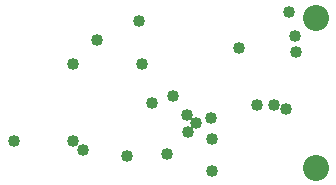
<source format=gbs>
G75*
G70*
%OFA0B0*%
%FSLAX24Y24*%
%IPPOS*%
%LPD*%
%AMOC8*
5,1,8,0,0,1.08239X$1,22.5*
%
%ADD10C,0.0867*%
%ADD11C,0.0400*%
D10*
X013730Y001430D03*
X013730Y006430D03*
D11*
X003680Y002330D03*
X005630Y002330D03*
X005980Y002030D03*
X007430Y001830D03*
X008780Y001880D03*
X009480Y002630D03*
X009730Y002930D03*
X009430Y003180D03*
X010230Y003080D03*
X010280Y002380D03*
X010280Y001330D03*
X012730Y003380D03*
X012330Y003530D03*
X011780Y003530D03*
X008980Y003830D03*
X008280Y003580D03*
X007930Y004880D03*
X006430Y005680D03*
X005630Y004880D03*
X007830Y006330D03*
X011180Y005430D03*
X013030Y005830D03*
X013080Y005280D03*
X012830Y006630D03*
M02*

</source>
